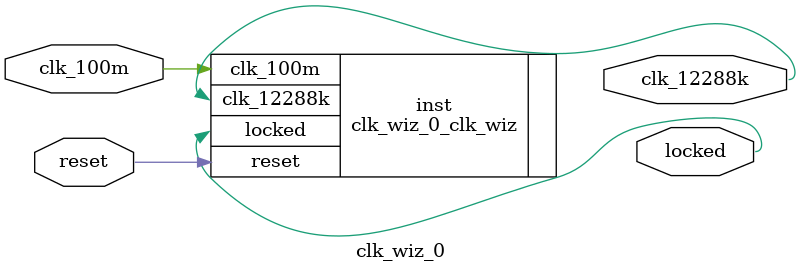
<source format=v>


`timescale 1ps/1ps

(* CORE_GENERATION_INFO = "clk_wiz_0,clk_wiz_v6_0_13_0_0,{component_name=clk_wiz_0,use_phase_alignment=true,use_min_o_jitter=false,use_max_i_jitter=false,use_dyn_phase_shift=false,use_inclk_switchover=false,use_dyn_reconfig=false,enable_axi=0,feedback_source=FDBK_AUTO,PRIMITIVE=MMCM,num_out_clk=1,clkin1_period=10.000,clkin2_period=10.000,use_power_down=false,use_reset=true,use_locked=true,use_inclk_stopped=false,feedback_type=SINGLE,CLOCK_MGR_TYPE=NA,manual_override=false}" *)

module clk_wiz_0 
 (
  // Clock out ports
  output        clk_12288k,
  // Status and control signals
  input         reset,
  output        locked,
 // Clock in ports
  input         clk_100m
 );

  clk_wiz_0_clk_wiz inst
  (
  // Clock out ports  
  .clk_12288k(clk_12288k),
  // Status and control signals               
  .reset(reset), 
  .locked(locked),
 // Clock in ports
  .clk_100m(clk_100m)
  );

endmodule

</source>
